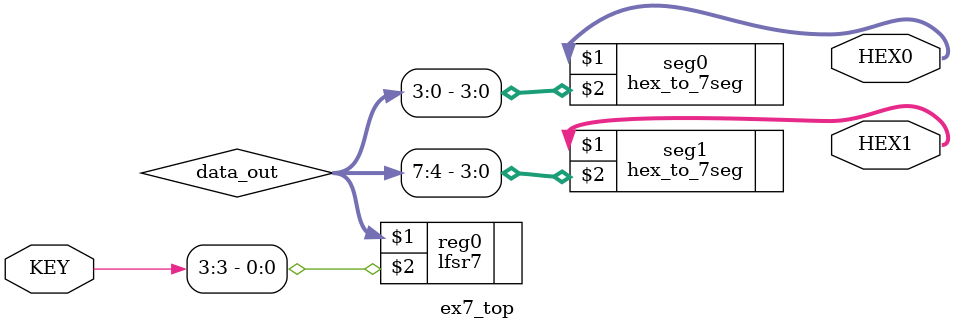
<source format=v>
module ex7_top( 
KEY, 
HEX0, 
HEX1 
); 
input [3:0]KEY; 
output [6:0]HEX0; 
output [6:0]HEX1; 
wire [7:0]data_out; 
lfsr7 reg0(data_out,KEY[3]); 
hex_to_7seg seg0(HEX0,data_out[3:0]); 
hex_to_7seg seg1(HEX1,data_out[7:4]); 
endmodule  
 
</source>
